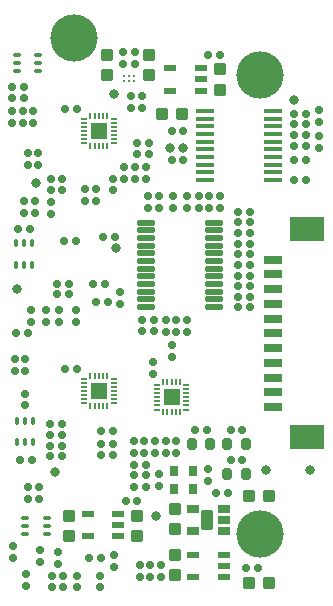
<source format=gbr>
G04*
G04 #@! TF.GenerationSoftware,Altium Limited,Altium Designer,24.9.1 (31)*
G04*
G04 Layer_Color=255*
%FSLAX44Y44*%
%MOMM*%
G71*
G04*
G04 #@! TF.SameCoordinates,3E31175B-2F74-4D0F-94E8-FEE4F86157FB*
G04*
G04*
G04 #@! TF.FilePolarity,Positive*
G04*
G01*
G75*
G04:AMPARAMS|DCode=13|XSize=1.1mm|YSize=1mm|CornerRadius=0.25mm|HoleSize=0mm|Usage=FLASHONLY|Rotation=180.000|XOffset=0mm|YOffset=0mm|HoleType=Round|Shape=RoundedRectangle|*
%AMROUNDEDRECTD13*
21,1,1.1000,0.5000,0,0,180.0*
21,1,0.6000,1.0000,0,0,180.0*
1,1,0.5000,-0.3000,0.2500*
1,1,0.5000,0.3000,0.2500*
1,1,0.5000,0.3000,-0.2500*
1,1,0.5000,-0.3000,-0.2500*
%
%ADD13ROUNDEDRECTD13*%
G04:AMPARAMS|DCode=14|XSize=0.65mm|YSize=0.6mm|CornerRadius=0.15mm|HoleSize=0mm|Usage=FLASHONLY|Rotation=180.000|XOffset=0mm|YOffset=0mm|HoleType=Round|Shape=RoundedRectangle|*
%AMROUNDEDRECTD14*
21,1,0.6500,0.3000,0,0,180.0*
21,1,0.3500,0.6000,0,0,180.0*
1,1,0.3000,-0.1750,0.1500*
1,1,0.3000,0.1750,0.1500*
1,1,0.3000,0.1750,-0.1500*
1,1,0.3000,-0.1750,-0.1500*
%
%ADD14ROUNDEDRECTD14*%
G04:AMPARAMS|DCode=15|XSize=0.65mm|YSize=0.6mm|CornerRadius=0.15mm|HoleSize=0mm|Usage=FLASHONLY|Rotation=90.000|XOffset=0mm|YOffset=0mm|HoleType=Round|Shape=RoundedRectangle|*
%AMROUNDEDRECTD15*
21,1,0.6500,0.3000,0,0,90.0*
21,1,0.3500,0.6000,0,0,90.0*
1,1,0.3000,0.1500,0.1750*
1,1,0.3000,0.1500,-0.1750*
1,1,0.3000,-0.1500,-0.1750*
1,1,0.3000,-0.1500,0.1750*
%
%ADD15ROUNDEDRECTD15*%
G04:AMPARAMS|DCode=16|XSize=1.1mm|YSize=1mm|CornerRadius=0.25mm|HoleSize=0mm|Usage=FLASHONLY|Rotation=90.000|XOffset=0mm|YOffset=0mm|HoleType=Round|Shape=RoundedRectangle|*
%AMROUNDEDRECTD16*
21,1,1.1000,0.5000,0,0,90.0*
21,1,0.6000,1.0000,0,0,90.0*
1,1,0.5000,0.2500,0.3000*
1,1,0.5000,0.2500,-0.3000*
1,1,0.5000,-0.2500,-0.3000*
1,1,0.5000,-0.2500,0.3000*
%
%ADD16ROUNDEDRECTD16*%
%ADD17C,0.2000*%
G04:AMPARAMS|DCode=18|XSize=1.5mm|YSize=0.4mm|CornerRadius=0.1mm|HoleSize=0mm|Usage=FLASHONLY|Rotation=0.000|XOffset=0mm|YOffset=0mm|HoleType=Round|Shape=RoundedRectangle|*
%AMROUNDEDRECTD18*
21,1,1.5000,0.2000,0,0,0.0*
21,1,1.3000,0.4000,0,0,0.0*
1,1,0.2000,0.6500,-0.1000*
1,1,0.2000,-0.6500,-0.1000*
1,1,0.2000,-0.6500,0.1000*
1,1,0.2000,0.6500,0.1000*
%
%ADD18ROUNDEDRECTD18*%
G04:AMPARAMS|DCode=19|XSize=1.5mm|YSize=0.45mm|CornerRadius=0.1125mm|HoleSize=0mm|Usage=FLASHONLY|Rotation=0.000|XOffset=0mm|YOffset=0mm|HoleType=Round|Shape=RoundedRectangle|*
%AMROUNDEDRECTD19*
21,1,1.5000,0.2250,0,0,0.0*
21,1,1.2750,0.4500,0,0,0.0*
1,1,0.2250,0.6375,-0.1125*
1,1,0.2250,-0.6375,-0.1125*
1,1,0.2250,-0.6375,0.1125*
1,1,0.2250,0.6375,0.1125*
%
%ADD19ROUNDEDRECTD19*%
G04:AMPARAMS|DCode=20|XSize=1.1mm|YSize=0.6mm|CornerRadius=0.05mm|HoleSize=0mm|Usage=FLASHONLY|Rotation=180.000|XOffset=0mm|YOffset=0mm|HoleType=Round|Shape=RoundedRectangle|*
%AMROUNDEDRECTD20*
21,1,1.1000,0.5000,0,0,180.0*
21,1,1.0000,0.6000,0,0,180.0*
1,1,0.1000,-0.5000,0.2500*
1,1,0.1000,0.5000,0.2500*
1,1,0.1000,0.5000,-0.2500*
1,1,0.1000,-0.5000,-0.2500*
%
%ADD20ROUNDEDRECTD20*%
G04:AMPARAMS|DCode=21|XSize=0.975mm|YSize=1.7mm|CornerRadius=0.05mm|HoleSize=0mm|Usage=FLASHONLY|Rotation=180.000|XOffset=0mm|YOffset=0mm|HoleType=Round|Shape=RoundedRectangle|*
%AMROUNDEDRECTD21*
21,1,0.9750,1.6000,0,0,180.0*
21,1,0.8750,1.7000,0,0,180.0*
1,1,0.1000,-0.4375,0.8000*
1,1,0.1000,0.4375,0.8000*
1,1,0.1000,0.4375,-0.8000*
1,1,0.1000,-0.4375,-0.8000*
%
%ADD21ROUNDEDRECTD21*%
%ADD22R,1.1000X0.6000*%
G04:AMPARAMS|DCode=23|XSize=0.95mm|YSize=0.85mm|CornerRadius=0.2125mm|HoleSize=0mm|Usage=FLASHONLY|Rotation=90.000|XOffset=0mm|YOffset=0mm|HoleType=Round|Shape=RoundedRectangle|*
%AMROUNDEDRECTD23*
21,1,0.9500,0.4250,0,0,90.0*
21,1,0.5250,0.8500,0,0,90.0*
1,1,0.4250,0.2125,0.2625*
1,1,0.4250,0.2125,-0.2625*
1,1,0.4250,-0.2125,-0.2625*
1,1,0.4250,-0.2125,0.2625*
%
%ADD23ROUNDEDRECTD23*%
%ADD24R,0.1778X0.6096*%
%ADD25R,0.6096X0.1778*%
%ADD26R,1.4478X1.4478*%
G04:AMPARAMS|DCode=27|XSize=0.3mm|YSize=0.66mm|CornerRadius=0.075mm|HoleSize=0mm|Usage=FLASHONLY|Rotation=270.000|XOffset=0mm|YOffset=0mm|HoleType=Round|Shape=RoundedRectangle|*
%AMROUNDEDRECTD27*
21,1,0.3000,0.5100,0,0,270.0*
21,1,0.1500,0.6600,0,0,270.0*
1,1,0.1500,-0.2550,-0.0750*
1,1,0.1500,-0.2550,0.0750*
1,1,0.1500,0.2550,0.0750*
1,1,0.1500,0.2550,-0.0750*
%
%ADD27ROUNDEDRECTD27*%
G04:AMPARAMS|DCode=28|XSize=0.3mm|YSize=0.66mm|CornerRadius=0.075mm|HoleSize=0mm|Usage=FLASHONLY|Rotation=0.000|XOffset=0mm|YOffset=0mm|HoleType=Round|Shape=RoundedRectangle|*
%AMROUNDEDRECTD28*
21,1,0.3000,0.5100,0,0,0.0*
21,1,0.1500,0.6600,0,0,0.0*
1,1,0.1500,0.0750,-0.2550*
1,1,0.1500,-0.0750,-0.2550*
1,1,0.1500,-0.0750,0.2550*
1,1,0.1500,0.0750,0.2550*
%
%ADD28ROUNDEDRECTD28*%
%ADD29R,0.6500X0.8500*%
%ADD30R,1.6000X0.8000*%
%ADD31R,3.0000X2.1000*%
%ADD43C,0.8000*%
%ADD54C,4.0000*%
D13*
X148500Y406000D02*
D03*
X131500D02*
D03*
X205500Y82000D02*
D03*
X222500D02*
D03*
Y9000D02*
D03*
X205500D02*
D03*
D14*
X12000Y113000D02*
D03*
X22000D02*
D03*
X188000Y85000D02*
D03*
X178000D02*
D03*
X171000Y456000D02*
D03*
X181000D02*
D03*
X111000Y78000D02*
D03*
X101000D02*
D03*
X213000Y21000D02*
D03*
X203000D02*
D03*
X140000Y391000D02*
D03*
X150000D02*
D03*
X80000Y117000D02*
D03*
X90000D02*
D03*
X140000Y367000D02*
D03*
X150000D02*
D03*
X53000Y262000D02*
D03*
X43000D02*
D03*
X83250D02*
D03*
X73250D02*
D03*
X244000Y350000D02*
D03*
X254000D02*
D03*
X254000Y367000D02*
D03*
X244000D02*
D03*
X254000Y379000D02*
D03*
X244000D02*
D03*
X90000Y126600D02*
D03*
X80000D02*
D03*
X200000Y113000D02*
D03*
X190000D02*
D03*
X159750Y138000D02*
D03*
X169750D02*
D03*
X190000Y138000D02*
D03*
X200000D02*
D03*
X206000Y242000D02*
D03*
X196000D02*
D03*
Y251000D02*
D03*
X206000D02*
D03*
Y269000D02*
D03*
X196000D02*
D03*
Y278000D02*
D03*
X206000D02*
D03*
Y305000D02*
D03*
X196000D02*
D03*
Y314000D02*
D03*
X206000D02*
D03*
Y260000D02*
D03*
X196000D02*
D03*
Y287000D02*
D03*
X206000D02*
D03*
Y296000D02*
D03*
X196000D02*
D03*
Y323000D02*
D03*
X206000D02*
D03*
X244000Y397000D02*
D03*
X254000D02*
D03*
Y388000D02*
D03*
X244000D02*
D03*
X18000Y220000D02*
D03*
X8000D02*
D03*
X118000Y100000D02*
D03*
X108000D02*
D03*
X118000Y109000D02*
D03*
X108000D02*
D03*
X37000Y134000D02*
D03*
X47000D02*
D03*
X125250Y231000D02*
D03*
X115250D02*
D03*
X125250Y222000D02*
D03*
X115250D02*
D03*
X47000Y125000D02*
D03*
X37000D02*
D03*
X59000Y298000D02*
D03*
X49000D02*
D03*
X111000Y381000D02*
D03*
X121000D02*
D03*
X37000Y116000D02*
D03*
X47000D02*
D03*
X111000Y372000D02*
D03*
X121000D02*
D03*
X118000Y90000D02*
D03*
X108000D02*
D03*
X80000Y30000D02*
D03*
X70000D02*
D03*
X47000Y143000D02*
D03*
X37000D02*
D03*
X90000Y137000D02*
D03*
X80000D02*
D03*
X76000Y247000D02*
D03*
X86000D02*
D03*
X53000Y253000D02*
D03*
X43000D02*
D03*
X92000Y302000D02*
D03*
X82000D02*
D03*
X60000Y410000D02*
D03*
X50000D02*
D03*
Y190000D02*
D03*
X60000D02*
D03*
X10000Y308000D02*
D03*
X20000D02*
D03*
X244000Y406000D02*
D03*
X254000D02*
D03*
D15*
X24000Y322000D02*
D03*
Y332000D02*
D03*
X15000Y419000D02*
D03*
Y429000D02*
D03*
X171000Y105000D02*
D03*
Y95000D02*
D03*
X99000Y448000D02*
D03*
Y458000D02*
D03*
X265000Y409250D02*
D03*
Y399250D02*
D03*
Y387000D02*
D03*
Y377000D02*
D03*
X60000Y5000D02*
D03*
Y15000D02*
D03*
X79000D02*
D03*
Y5000D02*
D03*
X76000Y332000D02*
D03*
Y342000D02*
D03*
X67000D02*
D03*
Y332000D02*
D03*
X129000Y326000D02*
D03*
Y336000D02*
D03*
X172000D02*
D03*
Y326000D02*
D03*
X163000D02*
D03*
Y336000D02*
D03*
X153000Y326000D02*
D03*
Y336000D02*
D03*
X18000Y80000D02*
D03*
Y90000D02*
D03*
X44000Y25000D02*
D03*
Y35000D02*
D03*
X131000Y24000D02*
D03*
Y14000D02*
D03*
X17000Y16000D02*
D03*
Y6000D02*
D03*
X7000Y198000D02*
D03*
Y188000D02*
D03*
X144000Y129000D02*
D03*
Y119000D02*
D03*
X45000Y230000D02*
D03*
Y240000D02*
D03*
X15000Y322000D02*
D03*
Y332000D02*
D03*
X120000Y336000D02*
D03*
Y326000D02*
D03*
X21000Y240000D02*
D03*
Y230000D02*
D03*
X153000Y231000D02*
D03*
Y221000D02*
D03*
X14000Y398000D02*
D03*
Y408000D02*
D03*
X5000D02*
D03*
Y398000D02*
D03*
X18000Y363000D02*
D03*
Y373000D02*
D03*
X47000Y341000D02*
D03*
Y351000D02*
D03*
X106000Y421000D02*
D03*
Y411000D02*
D03*
X117000Y129000D02*
D03*
Y119000D02*
D03*
X108000D02*
D03*
Y129000D02*
D03*
X144000Y231000D02*
D03*
Y221000D02*
D03*
X34000Y230000D02*
D03*
Y240000D02*
D03*
X59000D02*
D03*
Y230000D02*
D03*
X96000Y255000D02*
D03*
Y245000D02*
D03*
X38000Y351000D02*
D03*
Y341000D02*
D03*
X109000Y351000D02*
D03*
Y361000D02*
D03*
X100000D02*
D03*
Y351000D02*
D03*
X135000Y129000D02*
D03*
Y119000D02*
D03*
X28000Y90000D02*
D03*
Y80000D02*
D03*
X113000Y14000D02*
D03*
Y24000D02*
D03*
X28300Y36300D02*
D03*
Y26300D02*
D03*
X126000Y119000D02*
D03*
Y129000D02*
D03*
X16000Y188000D02*
D03*
Y198000D02*
D03*
X140000Y200000D02*
D03*
Y210000D02*
D03*
X135000Y221000D02*
D03*
Y231000D02*
D03*
X23000Y398000D02*
D03*
Y408000D02*
D03*
X27000Y373000D02*
D03*
Y363000D02*
D03*
X118000Y361000D02*
D03*
Y351000D02*
D03*
X90000Y341000D02*
D03*
Y351000D02*
D03*
X39000Y15000D02*
D03*
Y5000D02*
D03*
X91000Y32000D02*
D03*
Y22000D02*
D03*
X48000Y15000D02*
D03*
Y5000D02*
D03*
X122000Y14000D02*
D03*
Y24000D02*
D03*
X124000Y186000D02*
D03*
Y196000D02*
D03*
X115000Y421000D02*
D03*
Y411000D02*
D03*
X129000Y101000D02*
D03*
Y91000D02*
D03*
X16000Y159000D02*
D03*
Y169000D02*
D03*
X6000Y30000D02*
D03*
Y40000D02*
D03*
X5000Y429000D02*
D03*
Y419000D02*
D03*
X141000Y326000D02*
D03*
Y336000D02*
D03*
X181000D02*
D03*
Y326000D02*
D03*
X109000Y458000D02*
D03*
Y448000D02*
D03*
X38000Y320972D02*
D03*
Y330972D02*
D03*
D16*
X121000Y438500D02*
D03*
Y455500D02*
D03*
X85000Y438500D02*
D03*
Y455500D02*
D03*
X181000Y426500D02*
D03*
Y443500D02*
D03*
X143000Y54500D02*
D03*
Y71500D02*
D03*
X53000Y65500D02*
D03*
X143000Y32500D02*
D03*
X111000Y65500D02*
D03*
Y48500D02*
D03*
X143000Y15500D02*
D03*
X53000Y48500D02*
D03*
D17*
X104000Y438000D02*
D03*
X100000Y434000D02*
D03*
X104000D02*
D03*
X100000Y438000D02*
D03*
X108000D02*
D03*
Y434000D02*
D03*
D18*
X226000Y408250D02*
D03*
Y401750D02*
D03*
Y395250D02*
D03*
Y388750D02*
D03*
Y382250D02*
D03*
Y375750D02*
D03*
Y369250D02*
D03*
Y362750D02*
D03*
Y356250D02*
D03*
Y349750D02*
D03*
X168000Y356250D02*
D03*
Y362750D02*
D03*
Y369250D02*
D03*
Y375750D02*
D03*
Y382250D02*
D03*
Y388750D02*
D03*
Y349750D02*
D03*
Y395250D02*
D03*
Y401750D02*
D03*
Y408250D02*
D03*
D19*
X176000Y313750D02*
D03*
X118000Y300750D02*
D03*
Y294250D02*
D03*
Y287750D02*
D03*
Y281250D02*
D03*
Y274750D02*
D03*
Y268250D02*
D03*
Y261750D02*
D03*
Y255250D02*
D03*
Y248750D02*
D03*
X176000Y242250D02*
D03*
Y248750D02*
D03*
Y255250D02*
D03*
Y261750D02*
D03*
Y268250D02*
D03*
Y274750D02*
D03*
Y281250D02*
D03*
Y287750D02*
D03*
Y300750D02*
D03*
Y307250D02*
D03*
X118000Y313750D02*
D03*
Y307250D02*
D03*
X176000Y294250D02*
D03*
X118000Y242250D02*
D03*
D20*
X184000Y71500D02*
D03*
X158000D02*
D03*
Y52500D02*
D03*
X184000D02*
D03*
Y62000D02*
D03*
D21*
X170375D02*
D03*
D22*
X165000Y435000D02*
D03*
X184000Y23000D02*
D03*
X95000Y58000D02*
D03*
X184000Y13500D02*
D03*
X95000Y48500D02*
D03*
X165000Y425500D02*
D03*
X158000Y13500D02*
D03*
X139000Y425500D02*
D03*
Y444500D02*
D03*
X165000D02*
D03*
X158000Y32500D02*
D03*
X184000D02*
D03*
X95000Y67500D02*
D03*
X69000D02*
D03*
Y48500D02*
D03*
D23*
X157250Y126000D02*
D03*
X202750D02*
D03*
X187250Y101000D02*
D03*
X172750Y126000D02*
D03*
X187250D02*
D03*
X202750Y101000D02*
D03*
D24*
X147000Y153500D02*
D03*
X85300Y158800D02*
D03*
Y378800D02*
D03*
Y403800D02*
D03*
Y183800D02*
D03*
X147000Y178500D02*
D03*
X71300Y183800D02*
D03*
X74800D02*
D03*
X78300D02*
D03*
X81800D02*
D03*
Y158800D02*
D03*
X78300D02*
D03*
X74800D02*
D03*
X71300D02*
D03*
X133000Y178500D02*
D03*
X136500D02*
D03*
X140000D02*
D03*
X143500D02*
D03*
Y153500D02*
D03*
X140000D02*
D03*
X136500D02*
D03*
X133000D02*
D03*
X71300Y403800D02*
D03*
X74800D02*
D03*
X78300D02*
D03*
X81800D02*
D03*
Y378800D02*
D03*
X78300D02*
D03*
X74800D02*
D03*
X71300D02*
D03*
D25*
X152500Y166000D02*
D03*
X127500D02*
D03*
Y155500D02*
D03*
X90800Y171300D02*
D03*
X65800D02*
D03*
Y160800D02*
D03*
X90800Y391300D02*
D03*
X65800D02*
D03*
Y380800D02*
D03*
X127500Y176500D02*
D03*
X65800Y181800D02*
D03*
Y401800D02*
D03*
Y164300D02*
D03*
Y167800D02*
D03*
Y174800D02*
D03*
Y178300D02*
D03*
X90800Y181800D02*
D03*
Y178300D02*
D03*
Y174800D02*
D03*
Y167800D02*
D03*
Y164300D02*
D03*
Y160800D02*
D03*
X127500Y159000D02*
D03*
Y162500D02*
D03*
Y169500D02*
D03*
Y173000D02*
D03*
X152500Y176500D02*
D03*
Y173000D02*
D03*
Y169500D02*
D03*
Y162500D02*
D03*
Y159000D02*
D03*
Y155500D02*
D03*
X65800Y384300D02*
D03*
Y387800D02*
D03*
Y394800D02*
D03*
Y398300D02*
D03*
X90800Y401800D02*
D03*
Y398300D02*
D03*
Y394800D02*
D03*
Y387800D02*
D03*
Y384300D02*
D03*
Y380800D02*
D03*
D26*
X140000Y166000D02*
D03*
X78300Y171300D02*
D03*
Y391300D02*
D03*
D27*
X8800Y442500D02*
D03*
Y449000D02*
D03*
X34200Y57000D02*
D03*
Y63500D02*
D03*
X15800Y50500D02*
D03*
X27200Y449000D02*
D03*
X15800Y57000D02*
D03*
X27200Y455500D02*
D03*
X8800D02*
D03*
X27200Y442500D02*
D03*
X15800Y63500D02*
D03*
X34200Y50500D02*
D03*
D28*
X16000Y127800D02*
D03*
X22500D02*
D03*
X15000Y277800D02*
D03*
X21500D02*
D03*
X16000Y146200D02*
D03*
X15000Y296200D02*
D03*
X9500Y146200D02*
D03*
X8500Y296200D02*
D03*
X22500Y146200D02*
D03*
X9500Y127800D02*
D03*
X21500Y296200D02*
D03*
X8500Y277800D02*
D03*
D29*
X158250Y88250D02*
D03*
X141750D02*
D03*
Y103750D02*
D03*
X158250D02*
D03*
D30*
X226000Y232500D02*
D03*
Y270000D02*
D03*
Y282500D02*
D03*
Y245000D02*
D03*
Y257500D02*
D03*
Y157500D02*
D03*
Y170000D02*
D03*
Y182500D02*
D03*
Y195000D02*
D03*
Y207500D02*
D03*
Y220000D02*
D03*
D31*
X255000Y132000D02*
D03*
Y308000D02*
D03*
D43*
X257000Y104000D02*
D03*
X9000Y258000D02*
D03*
X41000Y103000D02*
D03*
X220000Y104000D02*
D03*
X127000Y65000D02*
D03*
X91000Y423000D02*
D03*
X93000Y292000D02*
D03*
X150000Y377000D02*
D03*
X139000D02*
D03*
X25000Y347000D02*
D03*
X244000Y418000D02*
D03*
D54*
X215000Y439000D02*
D03*
X57000Y470000D02*
D03*
X215000Y50000D02*
D03*
M02*

</source>
